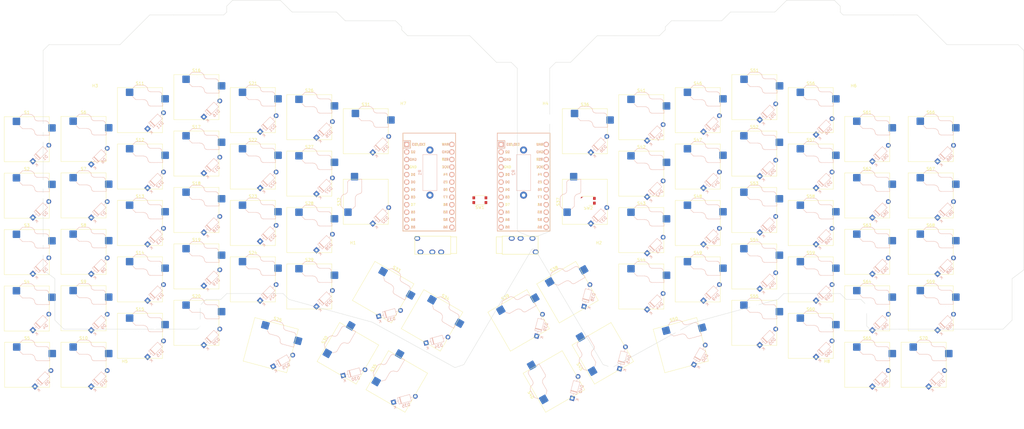
<source format=kicad_pcb>
(kicad_pcb (version 20241229) (generator "pcbnew") (generator_version "9.0")
  (layers (0 "F.Cu" signal) (2 "B.Cu" signal) (13 "F.Paste" user) (15 "B.Paste" user) (5 "F.SilkS" user "F.Silkscreen") (7 "B.SilkS" user "B.Silkscreen") (1 "F.Mask" user) (3 "B.Mask" user) (25 "Edge.Cuts" user))
  (net 0 "")
  (net 1 "ROW 0")
  (net 2 "Net-(D1-A)")
  (net 3 "ROW 1")
  (net 4 "Net-(D2-A)")
  (net 5 "ROW 2")
  (net 6 "Net-(D3-A)")
  (net 7 "ROW 3")
  (net 8 "Net-(D4-A)")
  (net 9 "ROW 4")
  (net 10 "Net-(D5-A)")
  (net 11 "Net-(D6-A)")
  (net 12 "Net-(D7-A)")
  (net 13 "Net-(D8-A)")
  (net 14 "Net-(D9-A)")
  (net 15 "Net-(D10-A)")
  (net 16 "Net-(D11-A)")
  (net 17 "Net-(D12-A)")
  (net 18 "Net-(D13-A)")
  (net 19 "Net-(D14-A)")
  (net 20 "Net-(D15-A)")
  (net 21 "Net-(D16-A)")
  (net 22 "Net-(D17-A)")
  (net 23 "Net-(D18-A)")
  (net 24 "Net-(D19-A)")
  (net 25 "Net-(D20-A)")
  (net 26 "Net-(D21-A)")
  (net 27 "Net-(D22-A)")
  (net 28 "Net-(D23-A)")
  (net 29 "Net-(D24-A)")
  (net 30 "Net-(D25-A)")
  (net 31 "Net-(D26-A)")
  (net 32 "Net-(D27-A)")
  (net 33 "Net-(D28-A)")
  (net 34 "Net-(D29-A)")
  (net 35 "Net-(D30-A)")
  (net 36 "Net-(D31-A)")
  (net 37 "Net-(D32-A)")
  (net 38 "Net-(D33-A)")
  (net 39 "Net-(D34-A)")
  (net 40 "Net-(D35-A)")
  (net 41 "ROW 5")
  (net 42 "Net-(D36-A)")
  (net 43 "ROW 6")
  (net 44 "Net-(D37-A)")
  (net 45 "ROW 7")
  (net 46 "Net-(D38-A)")
  (net 47 "ROW 8")
  (net 48 "Net-(D39-A)")
  (net 49 "ROW 9")
  (net 50 "Net-(D40-A)")
  (net 51 "Net-(D41-A)")
  (net 52 "Net-(D42-A)")
  (net 53 "Net-(D43-A)")
  (net 54 "Net-(D44-A)")
  (net 55 "Net-(D45-A)")
  (net 56 "Net-(D46-A)")
  (net 57 "Net-(D47-A)")
  (net 58 "Net-(D48-A)")
  (net 59 "Net-(D49-A)")
  (net 60 "Net-(D50-A)")
  (net 61 "Net-(D51-A)")
  (net 62 "Net-(D52-A)")
  (net 63 "Net-(D53-A)")
  (net 64 "Net-(D54-A)")
  (net 65 "Net-(D55-A)")
  (net 66 "Net-(D56-A)")
  (net 67 "Net-(D57-A)")
  (net 68 "Net-(D58-A)")
  (net 69 "Net-(D59-A)")
  (net 70 "Net-(D60-A)")
  (net 71 "Net-(D61-A)")
  (net 72 "Net-(D62-A)")
  (net 73 "Net-(D63-A)")
  (net 74 "Net-(D64-A)")
  (net 75 "Net-(D65-A)")
  (net 76 "Net-(D66-A)")
  (net 77 "Net-(D67-A)")
  (net 78 "Net-(D68-A)")
  (net 79 "Net-(D69-A)")
  (net 80 "Net-(D70-A)")
  (net 81 "VCC1")
  (net 82 "SDA1")
  (net 83 "SCL1")
  (net 84 "COL 0")
  (net 85 "COL 1")
  (net 86 "COL 2")
  (net 87 "COL 3")
  (net 88 "COL 4")
  (net 89 "COL 5")
  (net 90 "COL 6")
  (net 91 "COL 7")
  (net 92 "COL 8")
  (net 93 "COL 9")
  (net 94 "COL 10")
  (net 95 "COL 11")
  (net 96 "COL 12")
  (net 97 "COL 13")
  (net 98 "RST1")
  (net 99 "GND1")
  (net 100 "RST2")
  (net 101 "GND2")
  (net 107 "VCC2")
  (net 108 "SDA2")
  (net 109 "SCL2")
  (footprint "ScottoKeebs_Hotswap:Hotswap_Choc_V1_1.00u" (layer "F.Cu") (at 308.10227 87.916472)
    (property "Reference" "S62")
    (property "Value" "Keyswitch")
  )
  (footprint "ScottoKeebs_Hotswap:Hotswap_Choc_V1_1.00u" (layer "F.Cu") (at 212.85227 66.247772)
    (property "Reference" "S36")
    (property "Value" "Keyswitch")
  )
  (footprint "ScottoKeebs_Hotswap:Hotswap_Choc_V1_1.00u" (layer "F.Cu") (at 308.10227 106.966472)
    (property "Reference" "S63")
    (property "Value" "Keyswitch")
  )
  (footprint "ScottoKeebs_Hotswap:Hotswap_Choc_V1_1.00u" (layer "F.Cu") (at 231.90227 80.535272)
    (property "Reference" "S42")
    (property "Value" "Keyswitch")
  )
  (footprint "ScottoKeebs_Hotswap:Hotswap_Choc_V1_1.00u" (layer "F.Cu") (at 24.60357 145.056972)
    (property "Reference" "S5")
    (property "Value" "Keyswitch")
  )
  (footprint "ScottoKeebs_Hotswap:Hotswap_Choc_V1_1.00u" (layer "F.Cu") (at 289.05227 97.203972)
    (property "Reference" "S58")
    (property "Value" "Keyswitch")
  )
  (footprint "MountingHole:MountingHole_4.3mm_M4" (layer "F.Cu") (at 217.55357 109.188272)
    (property "Reference" "H2")
    (property "Value" "MountingHole")
  )
  (footprint "MountingHole:MountingHole_4.3mm_M4" (layer "F.Cu") (at 303.55357 56.188272)
    (property "Reference" "H6")
    (property "Value" "MountingHole")
  )
  (footprint "ScottoKeebs_Hotswap:Hotswap_Choc_V1_1.00u" (layer "F.Cu") (at 43.65357 126.006972)
    (property "Reference" "S9")
    (property "Value" "Keyswitch")
  )
  (footprint "ScottoKeebs_Hotswap:Hotswap_Choc_V1_1.00u" (layer "F.Cu") (at 81.75357 130.913272)
    (property "Reference" "S20")
    (property "Value" "Keyswitch")
  )
  (footprint "ScottoKeebs_Hotswap:Hotswap_Choc_V1_1.50u" (layer "F.Cu") (at 138.90357 90.050772 90)
    (property "Reference" "S32")
    (property "Value" "Keyswitch")
  )
  (footprint "ScottoKeebs_Hotswap:Hotswap_Choc_V1_1.00u" (layer "F.Cu") (at 161.26897 130.064972 -30)
    (property "Reference" "S34")
    (property "Value" "Keyswitch")
  )
  (footprint "ScottoKeebs_Hotswap:Hotswap_Choc_V1_1.00u" (layer "F.Cu") (at 62.70357 116.244472)
    (property "Reference" "S14")
    (property "Value" "Keyswitch")
  )
  (footprint "ScottoKeebs_Hotswap:Hotswap_Choc_V1_1.00u" (layer "F.Cu") (at 24.51547 107.014818)
    (property "Reference" "S3")
    (property "Value" "Keyswitch")
  )
  (footprint "ScottoKeebs_MCU:Arduino_Pro_Micro" (layer "F.Cu") (at 160.33447 84.662972)
    (property "Reference" "U1" (hide yes))
    (property "Value" "Arduino_Pro_Micro" (hide yes))
  )
  (footprint "ScottoKeebs_Hotswap:Hotswap_Choc_V1_1.00u" (layer "F.Cu") (at 270.00227 130.922772)
    (property "Reference" "S55")
    (property "Value" "Keyswitch")
  )
  (footprint "ScottoKeebs_Hotswap:Hotswap_Choc_V1_1.00u" (layer "F.Cu") (at 270.00227 111.872772)
    (property "Reference" "S54")
    (property "Value" "Keyswitch")
  )
  (footprint "ScottoKeebs_Hotswap:Hotswap_Choc_V1_1.00u" (layer "F.Cu") (at 231.90227 118.635272)
    (property "Reference" "S44")
    (property "Value" "Keyswitch")
  )
  (footprint "ScottoKeebs_Hotswap:Hotswap_Choc_V1_1.00u" (layer "F.Cu") (at 24.51547 68.914818)
    (property "Reference" "S1")
    (property "Value" "Keyswitch")
  )
  (footprint "ScottoKeebs_Hotswap:Hotswap_Choc_V1_1.00u" (layer "F.Cu") (at 144.77117 120.539972 -30)
    (property "Reference" "S33")
    (property "Value" "Keyswitch")
  )
  (footprint "MountingHole:MountingHole_4.3mm_M4" (layer "F.Cu") (at 294.55357 149.188272)
    (property "Reference" "H8")
    (property "Value" "MountingHole")
  )
  (footprint "ScottoKeebs_Hotswap:Hotswap_Choc_V1_1.00u" (layer "F.Cu") (at 327.15227 145.066472)
    (property "Reference" "S70")
    (property "Value" "Keyswitch")
  )
  (footprint "ScottoKeebs_Components:TRRS_PJ-320A" (layer "F.Cu") (at 167.55447 104.692972 -90)
    (property "Reference" "U2")
    (property "Value" "TRRS")
  )
  (footprint "Button_Switch_SMD:SW_Push_1P1T_NO_CK_KMR2" (layer "F.Cu") (at 177.4009 89.5047 180)
    (property "Reference" "SW1")
    (property "Value" "SW_Push")
  )
  (footprint "ScottoKeebs_Hotswap:Hotswap_Choc_V1_1.25u" (layer "F.Cu") (at 245.20147 138.417072 15)
    (property "Reference" "S50")
    (property "Value" "Keyswitch")
  )
  (footprint "ScottoKeebs_Hotswap:Hotswap_Choc_V1_1.00u" (layer "F.Cu") (at 329.53347 68.866472)
    (property "Reference" "S66")
    (property "Value" "Keyswitch")
  )
  (footprint "ScottoKeebs_Hotswap:Hotswap_Choc_V1_1.00u" (layer "F.Cu") (at 308.10227 68.866472)
    (property "Reference" "S61")
    (property "Value" "Keyswitch")
  )
  (footprint "ScottoKeebs_Hotswap:Hotswap_Choc_V1_1.00u" (layer "F.Cu") (at 138.90357 66.238272)
    (property "Reference" "S31")
    (property "Value" "Keyswitch")
  )
  (footprint "ScottoKeebs_Hotswap:Hotswap_Choc_V1_1.00u" (layer "F.Cu") (at 81.75357 73.763272)
    (property "Reference" "S17")
    (property "Value" "Keyswitch")
  )
  (footprint "ScottoKeebs_Hotswap:Hotswap_Choc_V1_1.00u" (layer "F.Cu") (at 43.65357 145.056972)
    (property "Reference" "S10")
    (property "Value" "Keyswitch")
  )
  (footprint "ScottoKeebs_Hotswap:Hotswap_Choc_V1_1.00u" (layer "F.Cu") (at 62.70357 78.144472)
    (property "Reference" "S12")
    (property "Value" "Keyswitch")
  )
  (footprint "ScottoKeebs_Hotswap:Hotswap_Choc_V1_1.00u" (layer "F.Cu") (at 250.95227 59.103972)
    (property "Reference" "S46")
    (property "Value" "Keyswitch")
  )
  (footprint "ScottoKeebs_Hotswap:Hotswap_Choc_V1_1.00u" (layer "F.Cu") (at 24.51547 126.064818)
    (property "Reference" "S4")
    (property "Value" "Keyswitch")
  )
  (footprint "ScottoKeebs_Hotswap:Hotswap_Choc_V1_1.00u" (layer "F.Cu") (at 100.80357 59.094472)
    (property "Reference" "S21")
    (property "Value" "Keyswitch")
  )
  (footprint "ScottoKeebs_Hotswap:Hotswap_Choc_V1_1.00u" (layer "F.Cu") (at 100.80357 116.244472)
    (property "Reference" "S24")
    (property "Value" "Keyswitch")
  )
  (footprint "MountingHole:MountingHole_4.3mm_M4" (layer "F.Cu") (at 151.55357 62.188272)
    (property "Reference" "H7")
    (property "Value" "MountingHole")
  )
  (footprint "ScottoKeebs_Hotswap:Hotswap_Choc_V1_1.50u" (layer "F.Cu") (at 202.39307 150.696672 120)
    (property "Reference" "S40")
    (property "Value" "Keyswitch")
  )
  (footprint "MountingHole:MountingHole_4.3mm_M4" (layer "F.Cu") (at 57.55357 149.188272)
    (property "Reference" "H5")
    (property "Value" "MountingHole")
  )
  (footprint "ScottoKeebs_MCU:Arduino_Pro_Micro" (layer "F.Cu") (at 192.17357 84.662972)
    (property "Reference" "U4" (hide yes))
    (property "Value" "Arduino_Pro_Micro" (hide yes))
  )
  (footprint "ScottoKeebs_Hotswap:Hotswap_Choc_V1_1.00u" (layer "F.Cu") (at 270.05357 54.713272)
    (property "Reference" "S51")
    (property "Value" "Keyswitch")
  )
  (footprint "ScottoKeebs_Hotswap:Hotswap_Choc_V1_1.00u" (layer "F.Cu") (at 119.85357 80.525772)
    (property "Reference" "S27")
    (property "Value" "Keyswitch")
  )
  (footprint "ScottoKeebs_Hotswap:Hotswap_Choc_V1_1.00u" (layer "F.Cu") (at 329.53347 126.016472)
    (property "Reference" "S69")
    (property "Value" "Keyswitch")
  )
  (footprint "ScottoKeebs_Hotswap:Hotswap_Choc_V1_1.00u" (layer "F.Cu") (at 329.53347 87.916472)
    (property "Reference" "S67")
    (property "Value" "Keyswitch")
  )
  (footprint "ScottoKeebs_Hotswap:Hotswap_Choc_V1_1.00u" (layer "F.Cu") (at 43.65357 87.906972)
    (property "Reference" "S7")
    (property "Value" "Keyswitch")
  )
  (footprint "ScottoKeebs_Hotswap:Hotswap_Choc_V1_1.00u" (layer "F.Cu") (at 270.00227 92.822772)
    (property "Reference" "S53")
    (property "Value" "Keyswitch")
  )
  (footprint "ScottoKeebs_Hotswap:Hotswap_Choc_V1_1.00u" (layer "F.Cu") (at 289.05227 116.253972)
    (property "Reference" "S59")
    (property "Value" "Keyswitch")
  )
  (footprint "ScottoKeebs_Hotswap:Hotswap_Choc_V1_1.00u" (layer "F.Cu") (at 308.10227 126.016472)
    (property "Reference" "S64")
    (property "Value" "Keyswitch")
  )
  (footprint "ScottoKeebs_Hotswap:Hotswap_Choc_V1_1.00u" (layer "F.Cu") (at 289.05227 135.303972)
    (property "Reference" "S60")
    (property "Value" "Keyswitch")
  )
  (footprint "ScottoKeebs_Hotswap:Hotswap_Choc_V1_1.00u" (layer "F.Cu") (at 43.65357 106.956972)
    (property "Reference" "S8")
    (property "Value" "Keyswitch")
  )
  (footprint "ScottoKeebs_Hotswap:Hotswap_Choc_V1_1.00u" (layer "F.Cu") (at 81.75357 92.813272)
    (property "Reference" "S18")
    (property "Value" "Keyswitch")
  )
  (footprint "ScottoKeebs_Hotswap:Hotswap_Choc_V1_1.00u" (layer "F.Cu") (at 62.70357 97.194472)
    (property "Reference" "S13")
    (property "Value" "Keyswitch")
  )
  (footprint "ScottoKeebs_Hotswap:Hotswap_Choc_V1_1.00u" (layer "F.Cu") (at 270.00227 73.772772)
    (property "Reference" "S52")
    (property "Value" "Keyswitch")
  )
  (footprint "ScottoKeebs_Hotswap:Hotswap_Choc_V1_1.00u" (layer "F.Cu") (at 250.95227 116.253972)
    (property "Reference" "S49")
    (property "Value" "Keyswitch")
  )
  (footprint "ScottoKeebs_Hotswap:Hotswap_Choc_V1_1.00u" (layer "F.Cu") (at 119.85357 99.575772)
    (property "Reference" "S28")
    (property "Value" "Keyswitch")
  )
  (footprint "ScottoKeebs_Hotswap:Hotswap_Choc_V1_1.00u" (layer "F.Cu") (at 119.85357 61.475772)
    (property "Reference" "S26")
    (property "Value" "Keyswitch")
  )
  (footprint "ScottoKeebs_Hotswap:Hotswap_Choc_V1_1.00u" (layer "F.Cu") (at 329.53347 106.966472)
    (property "Reference" "S68")
    (property "Value" "Keyswitch")
  )
  (footprint "ScottoKeebs_Hotswap:Hotswap_Choc_V1_1.00u" (layer "F.Cu") (at 231.90227 99.585272)
    (property "Reference" "S43")
    (property "Value" "Keyswitch")
  )
  (footprint "ScottoKeebs_Hotswap:Hotswap_Choc_V1_1.50u" (layer "F.Cu") (at 132.86497 141.162172 60)
    (property "Reference" "S30")
    (property "Value" "Keyswitch")
  )
  (footprint "ScottoKeebs_Hotswap:Hotswap_Choc_V1_1.00u" (layer "F.Cu") (at 43.65357 68.856972)
    (property "Reference" "S6")
    (property "Value" "Keyswitch")
  )
  (footprint "ScottoKeebs_Hotswap:Hotswap_Choc_V1_1.00u" (layer "F.Cu") (at 62.70357 59.094472)
    (property "Reference" "S11")
    (property "Value" "Keyswitch")
  )
  (footprint "Button_Switch_SMD:SW_Push_1P1T_NO_CK_KMR2" (layer "F.Cu") (at 214 89.7047 180)
    (property "Reference" "SW2")
    (property "Value" "SW_Push")
  )
  (footprint "ScottoKeebs_Hotswap:Hotswap_Choc_V1_1.00u" (layer "F.Cu") (at 24.51547 87.964818)
    (property "Reference" "S2")
    (property "Value" "Keyswitch")
  )
  (footprint "ScottoKeebs_Hotswap:Hotswap_Choc_V1_1.50u" (layer "F.Cu") (at 218.89087 141.171672 120)
    (property "Reference" "S45")
    (property "Value" "Keyswitch")
  )
  (footprint "ScottoKeebs_Hotswap:Hotswap_Choc_V1_1.25u" (layer "F.Cu") (at 106.83507 138.423072 -15)
    (property "Reference" "S25")
    (property "Value" "Keyswitch")
  )
  (footprint "ScottoKeebs_Hotswap:Hotswap_Choc_V1_1.00u" (layer "F.Cu") (at 289.05227 78.153972)
    (property "Reference" "S57")
    (property "Value" "Keyswitch")
  )
  (footprint "ScottoKeebs_Hotswap:Hotswap_Choc_V1_1.00u" (layer "F.Cu") (at 81.75357 54.713272)
    (property "Reference" "S16")
    (property "Value" "Keyswitch")
  )
  (footprint "ScottoKeebs_Hotswap:Hotswap_Choc_V1_1.00u" (layer "F.Cu") (at 289.05227 59.103972)
    (property "Reference" "S56")
    (property "Value" "Keyswitch")
  )
  (footprint "ScottoKeebs_Hotswap:Hotswap_Choc_V1_1.00u" (layer "F.Cu") (at 81.75357 111.863272)
    (property "Reference" "S19")
    (property "Value" "Keyswitch")
  )
  (footprint "MountingHole:MountingHole_4.3mm_M4" (layer "F.Cu") (at 199.55357 62.188272)
    (property "Reference" "H4")
    (property "Value" "MountingHole")
  )
  (footprint "ScottoKeebs_Hotswap:Hotswap_Choc_V1_1.50u" (layer "F.Cu") (at 149.36277 150.687172 60)
    (property "Reference" "S35")
    (property "Value" "Keyswitch")
  )
  (footprint "ScottoKeebs_Hotswap:Hotswap_Choc_V1_1.00u" (layer "F.Cu") (at 231.90227 61.485272)
    (property "Reference" "S41")
    (property "Value" "Keyswitch")
  )
  (footprint "ScottoKeebs_Hotswap:Hotswap_Choc_V1_1.00u" (layer "F.Cu") (at 100.80357 97.194472)
    (property "Reference" "S23")
    (property "Value" "Keyswitch")
  )
  (footprint "ScottoKeebs_Hotswap:Hotswap_Choc_V1_1.50u" (layer "F.Cu") (at 212.85227 90.060272 90)
    (property "Reference" "S37")
    (property "Value" "Keyswitch")
  )
  (footprint "ScottoKeebs_Components:TRRS_PJ-320A" (layer "F.Cu") (at 184.95357 104.692972 90)
    (property "Reference" "U3")
    (property "Value" "TRRS")
  )
  (footprint "ScottoKeebs_Hotswap:Hotswap_Choc_V1_1.00u" (layer "F.Cu") (at 206.98457 120.549472 30)
    (property "Reference" "S38")
    (property "Value" "Keyswitch")
  )
  (footprint "ScottoKeebs_Hotswap:Hotswap_Choc_V1_1.00u" (layer "F.Cu") (at 100.80357 78.144472)
    (property "Reference" "S22")
    (property "Value" "Keyswitch")
  )
  (footprint "ScottoKeebs_Hotswap:Hotswap_Choc_V1_1.00u" (layer "F.Cu") (at 308.10227 145.066472)
    (property "Reference" "S65")
    (property "Value" "Keyswitch")
  )
  (footprint "MountingHole:MountingHole_4.3mm_M4" (layer "F.Cu") (at 134.55357 109.188272)
    (property "Reference" "H1")
    (property "Value" "MountingHole")
  )
  (footprint "ScottoKeebs_Hotswap:Hotswap_Choc_V1_1.00u" (layer "F.Cu") (at 190.48677 130.074472 30)
    (property "Reference" "S39")
    (property "Value" "Keyswitch")
  )
  (footprint "ScottoKeebs_Hotswap:Hotswap_Choc_V1_1.00u" (layer "F.Cu") (at 62.70357 135.294472)
    (property "Reference" "S15")
    (property "Value" "Keyswitch")
  )
  (footprint "MountingHole:MountingHole_4.3mm_M4" (layer "F.Cu") (at 47.55357 56.188272)
    (property "Reference" "H3")
    (property "Value" "MountingHole")
  )
  (footprint "ScottoKeebs_Hotswap:Hotswap_Choc_V1_1.00u" (layer "F.Cu") (at 250.95227 97.203972)
    (property "Reference" "S48")
    (property "Value" "Keyswitch")
  )
  (footprint "ScottoKeebs_Hotswap:Hotswap_Choc_V1_1.00u" (layer "F.Cu") (at 250.95227 78.153972)
    (property "Reference" "S47")
    (property "Value" "Keyswitch")
  )
  (footprint "ScottoKeebs_Hotswap:Hotswap_Choc_V1_1.00u" (layer "F.Cu") (at 119.85357 118.625772)
    (property "Reference" "S29")
    (property "Value" "Keyswitch")
  )
  (footprint "ScottoKeebs_Components:Diode_DO-35" (layer "B.Cu") (at 46.26047 152.387072 45)
    (property "Reference" "D10")
    (property "Value" "Diode")
  )
  (footprint "ScottoKeebs_Components:Diode_DO-35" (layer "B.Cu") (at 249.64857 144.992472 60)
    (property "Reference" "D50")
    (property "Value" "Diode")
  )
  (footprint "ScottoKeebs_Components:Diode_DO-35" (layer "B.Cu") (at 196.56747 135.373172 75)
    (property "Reference" "D39")
    (property "Value" "Diode")
  )
  (footprint "ScottoKeebs_Components:Diode_DO-35" (layer "B.Cu") (at 309.85947 76.387072 45)
    (property "Reference" "D61")
    (property "Value" "Diode")
  )
  (footprint "ScottoKeebs_Components:Diode_DO-35" (layer "B.Cu") (at 46.26047 133.387072 45)
    (property "Reference" "D9")
    (property "Value" "Diode")
  )
  (footprint "ScottoKeebs_Components:Diode_DO-35" (layer "B.Cu") (at 103.26047 85.387072 45)
    (property "Reference" "D22")
    (property "Value" "Diode")
  )
  (footprint "ScottoKeebs_Components:Diode_DO-35" (layer "B.Cu") (at 122.26047 68.387072 45)
    (property "Reference" "D26")
    (property "Value" "Diode")
  )
  (footprint "ScottoKeebs_Components:Diode_DO-35" (layer "B.Cu") (at 26.55357 76.349618 45)
    (property "Reference" "D1")
    (property "Value" "Diode")
  )
  (footprint "ScottoKeebs_Components:Diode_DO-35" (layer "B.Cu") (at 331.85947 114.387072 45)
    (property "Reference" "D68")
    (property "Value" "Diode")
  )
  (footprint "ScottoKeebs_Components:Diode_DO-35" (layer "B.Cu") (at 65.26047 65.387072 45)
    (property "Reference" "D11")
    (property "Value" "Diode")
  )
  (footprint "ScottoKeebs_Components:Diode_DO-35" (layer "B.Cu") (at 271.85947 62.387072 45)
    (property "Reference" "D51")
    (property "Value" "Diode")
  )
  (footprint "ScottoKeebs_Components:Diode_DO-35" (layer "B.Cu") (at 214.85947 97.387072 45)
    (property "Reference" "D37")
    (property "Value" "Diode")
  )
  (footprint "ScottoKeebs_Components:Diode_DO-35" (layer "B.Cu") (at 26.55357 95.349618 45)
    (property "Reference" "D2")
    (property "Value" "Diode")
  )
  (footprint "ScottoKeebs_Components:Diode_DO-35" (layer "B.Cu") (at 271.85947 100.387072 45)
    (property "Reference" "D53")
    (property "Value" "Diode")
  )
  (footprint "ScottoKeebs_Components:Diode_DO-35" (layer "B.Cu") (at 208.56747 156.373172 75)
    (property "Reference" "D40")
    (property "Value" "Diode")
  )
  (footprint "ScottoKeebs_Components:Diode_DO-35" (layer "B.Cu") (at 252.85947 123.387072 45)
    (property "Reference" "D49")
    (property "Value" "Diode")
  )
  (footprint "Resistor_THT:R_Axial_DIN0414_L11.9mm_D4.5mm_P15.24mm_Horizontal" (layer "B.Cu") (at 160.55357 72.568272 -90)
    (property "Reference" "R1")
    (property "Value" "4.7 k")
  )
  (footprint "ScottoKeebs_Components:Diode_DO-35" (layer "B.Cu") (at 141.26047 73.387072 45)
    (property "Reference" "D31")
    (property "Value" "Diode")
  )
  (footprint "ScottoKeebs_Components:Diode_DO-35" (layer "B.Cu") (at 233.85947 126.387072 45)
    (property "Reference" "D44")
    (property "Value" "Diode")
  )
  (footprint "ScottoKeebs_Components:Diode_DO-35" (layer "B.Cu") (at 46.26047 95.387072 45)
    (property "Reference" "D7")
    (property "Value" "Diode")
  )
  (footprint "ScottoKeebs_Components:Diode_DO-35" (layer "B.Cu") (at 290.85947 85.387072 45)
    (property "Reference" "D57")
    (property "Value" "Diode")
  )
  (footprint "ScottoKeebs_Components:Diode_DO-35" (layer "B.Cu") (at 290.85947 142.387072 45)
    (property "Reference" "D60")
    (property "Value" "Diode")
  )
  (footprint "ScottoKeebs_Components:Diode_DO-35" (layer "B.Cu") (at 84.26047 61.387072 45)
    (property "Reference" "D16")
    (property "Value" "Diode")
  )
  (footprint "ScottoKeebs_Components:Diode_DO-35" (layer "B.Cu") (at 65.26047 104.387072 45)
    (property "Reference" "D13")
    (property "Value" "Diode")
  )
  (footprint "ScottoKeebs_Components:Diode_DO-35" (layer "B.Cu") (at 103.26047 66.387072 45)
    (property "Reference" "D21")
    (property "Value" "Diode")
  )
  (footprint "ScottoKeebs_Components:Diode_DO-35" (layer "B.Cu") (at 290.85947 104.387072 45)
    (property "Reference" "D58")
    (property "Value" "Diode")
  )
  (footprint "ScottoKeebs_Components:Diode_DO-35" (layer "B.Cu") (at 290.85947 67.387072 45)
    (property "Reference" "D56")
    (property "Value" "Diode")
  )
  (footprint "ScottoKeebs_Components:Diode_DO-35" (layer "B.Cu") (at 309.85947 95.387072 45)
    (property "Reference" "D62")
    (property "Value" "Diode")
  )
  (footprint "ScottoKeebs_Components:Diode_DO-35" (layer "B.Cu") (at 84.26047 118.387072 45)
    (property "Reference" "D19")
    (property "Value" "Diode")
  )
  (footprint "ScottoKeebs_Components:Diode_DO-35" (layer "B.Cu") (at 27.26047 152.387072 45)
    (property "Reference" "D5")
    (property "Value" "Diode")
  )
  (footprint "ScottoKeebs_Components:Diode_DO-35" (layer "B.Cu") (at 122.26047 106.387072 45)
    (property "Reference" "D28")
    (property "Value" "Diode")
  )
  (footprint "ScottoKeebs_Components:Diode_DO-35" (layer "B.Cu") (at 84.26047 138.387072 45)
    (property "Reference" "D20")
    (property "Value" "Diode")
  )
  (footprint "ScottoKeebs_Components:Diode_DO-35" (layer "B.Cu") (at 252.85947 66.387072 45)
    (property "Reference" "D46")
    (property "Value" "Diode")
  )
  (footprint "ScottoKeebs_Components:Diode_DO-35" (layer "B.Cu") (at 103.26047 103.387072 45)
    (property "Reference" "D23")
    (property "Value" "Diode")
  )
  (footprint "ScottoKeebs_Components:Diode_DO-35" (layer "B.Cu") (at 26.55357 114.349618 45)
    (property "Reference" "D3")
    (property "Value" "Diode")
  )
  (footprint "ScottoKeebs_Components:Diode_DO-35" (layer "B.Cu") (at 331.85947 95.387072 45)
    (property "Reference" "D67")
    (property "Value" "Diode")
  )
  (footprint "ScottoKeebs_Components:Diode_DO-35" (layer "B.Cu") (at 65.26047 123.387072 45)
    (property "Reference" "D14")
    (property "Value" "Diode")
  )
  (footprint "ScottoKeebs_Components:Diode_DO-35" (layer "B.Cu") (at 252.85947 104.387072 45)
    (property "Reference" "D48")
    (property "Value" "Diode")
  )
  (footprint "ScottoKeebs_Components:Diode_DO-35" (layer "B.Cu") (at 290.85947 123.387072 45)
    (property "Reference" "D59")
    (property "Value" "Diode")
  )
  (footprint "ScottoKeebs_Components:Diode_DO-35" (layer "B.Cu") (at 309.85947 152.387072 45)
    (property "Reference" "D65")
    (property "Value" "Diode")
  )
  (footprint "ScottoKeebs_Components:Diode_DO-35" (layer "B.Cu") (at 309.85947 114.387072 45)
    (property "Reference" "D63")
    (property "Value" "Diode")
  )
  (footprint "ScottoKeebs_Components:Diode_DO-35" (layer "B.Cu") (at 233.85947 107.387072 45)
    (property "Reference" "D43")
    (property "Value" "Diode")
  )
  (footprint "Resistor_THT:R_Axial_DIN0414_L11.9mm_D4.5mm_P15.24mm_Horizontal" (layer "B.Cu") (at 192.15267 72.568272 -90)
    (property "Reference" "R2")
    (property "Value" "4.7 k")
  )
  (footprint "ScottoKeebs_Components:Diode_DO-35" (layer "B.Cu") (at 143.27437 128.679072 15)
    (property "Reference" "D33")
    (property "Value" "Diode")
  )
  (footprint "ScottoKeebs_Components:Diode_DO-35" (layer "B.Cu") (at 107.65497 145.597972 30)
    (property "Reference" "D25")
    (property "Value" "Diode")
  )
  (footprint "ScottoKeebs_Components:Diode_DO-35" (layer "B.Cu") (at 214.85947 73.387072 45)
    (property "Reference" "D36")
    (property "Value" "Diode")
  )
  (footprint "ScottoKeebs_Components:Diode_DO-35" (layer "B.Cu") (at 103.26047 123.387072 45)
    (property "Reference" "D24")
    (property "Value" "Diode")
  )
  (footprint "ScottoKeebs_Components:Diode_DO-35" (layer "B.Cu") (at 65.26047 85.387072 45)
    (property "Reference" "D12")
    (property "Value" "Diode")
  )
  (footprint "ScottoKeebs_Components:Diode_DO-35" (layer "B.Cu") (at 141.26047 97.387072 45)
    (property "Reference" "D32")
    (property "Value" "Diode")
  )
  (footprint "ScottoKeebs_Components:Diode_DO-35" (layer "B.Cu") (at 84.26047 100.387072 45)
    (property "Reference" "D18")
    (property "Value" "Diode")
  )
  (footprint "ScottoKeebs_Components:Diode_DO-35" (layer "B.Cu") (at 212.56747 125.373172 75)
    (property "Reference" "D38")
    (property "Value" "Diode")
  )
  (footprint "ScottoKeebs_Components:Diode_DO-35" (layer "B.Cu") (at 46.26047 77.387072 45)
    (property "Reference" "D6")
    (property "Value" "Diode")
  )
  (footprint "ScottoKeebs_Components:Diode_DO-35" (layer "B.Cu") (at 309.85947 133.387072 45)
    (property "Reference" "D64")
    (property "Value" "Diode")
  )
  (footprint "ScottoKeebs_Components:Diode_DO-35" (layer "B.Cu") (at 271.85947 81.387072 45)
    (property "Reference" "D52")
    (property "Value" "Diode")
  )
  (footprint "ScottoKeebs_Components:Diode_DO-35" (layer "B.Cu") (at 271.85947 119.387072 45)
    (property "Reference" "D54")
    (property "Value" "Diode")
  )
  (footprint "ScottoKeebs_Components:Diode_DO-35" (layer "B.Cu") (at 65.26047 142.387072 45)
    (property "Reference" "D15")
    (property "Value" "Diode")
  )
  (footprint "ScottoKeebs_Components:Diode_DO-35" (layer "B.Cu") (at 159.27437 137.679072 15)
    (property "Reference" "D34")
    (property "Value" "Diode")
  )
  (footprint "ScottoKeebs_Components:Diode_DO-35" (layer "B.Cu") (at 131.27437 148.679072 15)
    (property "Reference" "D30")
    (property "Value" "Diode")
  )
  (footprint "ScottoKeebs_Components:Diode_DO-35" (layer "B.Cu") (at 122.26047 87.387072 45)
    (property "Reference" "D27")
    (property "Value" "Diode")
  )
  (footprint "ScottoKeebs_Components:Diode_DO-35" (layer "B.Cu") (at 224.56747 146.373172 75)
    (property "Reference" "D45")
    (property "Value" "Diode")
  )
  (footprint "ScottoKeebs_Components:Diode_DO-35" (layer "B.Cu") (at 148.27437 157.679072 15)
    (property "Reference" "D35")
    (property "Value" "Diode")
  )
  (footprint "ScottoKeebs_Components:Diode_DO-35" (layer "B.Cu") (at 328.85947 152.387072 45)
    (property "Reference" "D70")
    (property "Value" "Diode")
  )
  (footprint "ScottoKeebs_Components:Diode_DO-35" (layer "B.Cu") (at 233.85947 69.387072 45)
    (property "Reference" "D41")
    (property "Value" "Diode")
  )
  (footprint "ScottoKeebs_Components:Diode_DO-35" (layer "B.Cu") (at 233.85947 88.387072 45)
    (property "Reference" "D42")
    (property "Value" "Diode")
  )
  (footprint "ScottoKeebs_Components:Diode_DO-35" (layer "B.Cu") (at 271.85947 138.387072 45)
    (property "Reference" "D55")
    (property "Value" "Diode")
  )
  (footprint "ScottoKeebs_Components:Diode_DO-35" (layer "B.Cu") (at 331.85947 76.387072 45)
    (property "Reference" "D66")
    (property "Value" "Diode")
  )
  (footprint "ScottoKeebs_Components:Diode_DO-35" (layer "B.Cu") (at 122.26047 125.387072 45)
    (property "Reference" "D29")
    (property "Value" "Diode")
  )
  (footprint "ScottoKeebs_Components:Diode_DO-35" (layer "B.Cu") (at 26.55357 133.349618 45)
    (property "Reference" "D4")
    (property "Value" "Diode")
  )
  (footprint "ScottoKeebs_Components:Diode_DO-35" (layer "B.Cu") (at 46.26047 114.387072 45)
    (property "Reference" "D8")
    (property "Value" "Diode")
  )
  (footprint "ScottoKeebs_Components:Diode_DO-35" (layer "B.Cu") (at 252.85947 85.387072 45)
    (property "Reference" "D47")
    (property "Value" "Diode")
  )
  (footprint "ScottoKeebs_Components:Diode_DO-35" (layer "B.Cu") (at 84.26047 80.387072 45)
    (property "Reference" "D17")
    (property "Value" "Diode")
  )
  (footprint "ScottoKeebs_Components:Diode_DO-35" (layer "B.Cu") (at 331.85947 133.387072 45)
    (property "Reference" "D69")
    (property "Value" "Diode")
  )
  (gr_line (start 114 26) (end 129 26) (stroke (width 0.1)) (layer "Edge.Cuts"))
  (gr_line (start 92 24) (end 94 22) (stroke (width 0.1)) (layer "Edge.Cuts"))
  (gr_line (start 94 22) (end 110 22) (stroke (width 0.1)) (layer "Edge.Cuts"))
  (gr_line (start 172 145) (end 169 146) (stroke (width 0.1)) (layer "Edge.Cuts"))
  (gr_line (start 357 116) (end 361 113) (stroke (width 0.1)) (layer "Edge.Cuts"))
  (gr_line (start 56 37) (end 32 37) (stroke (width 0.1)) (layer "Edge.Cuts"))
  (gr_line (start 85 123) (end 90 123) (stroke (width 0.1)) (layer "Edge.Cuts"))
  (gr_line (start 242 29) (end 240 31) (stroke (width 0.1)) (layer "Edge.Cuts"))
  (gr_line (start 201 45) (end 201 100) (stroke (width 0.1)) (layer "Edge.Cuts"))
  (gr_line (start 208 43) (end 203 43) (stroke (width 0.1)) (layer "Edge.Cuts"))
  (gr_line (start 203 43) (end 201 45) (stroke (width 0.1)) (layer "Edge.Cuts"))
  (gr_line (start 308 132) (end 308 125) (stroke (width 0.1)) (layer "Edge.Cuts"))
  (gr_line (start 66 27) (end 56 37) (stroke (width 0.1)) (layer "Edge.Cuts"))
  (gr_line (start 262 26) (end 259 29) (stroke (width 0.1)) (layer "Edge.Cuts"))
  (gr_line (start 168 34) (end 174 34) (stroke (width 0.1)) (layer "Edge.Cuts"))
  (gr_line (start 219 145) (end 222 146) (stroke (width 0.1)) (layer "Edge.Cuts"))
  (gr_line (start 82 133) (end 83 132) (stroke (width 0.1)) (layer "Edge.Cuts"))
  (gr_line (start 34 130) (end 34 116) (stroke (width 0.1)) (layer "Edge.Cuts"))
  (gr_line (start 91 27) (end 74 27) (stroke (width 0.1)) (layer "Edge.Cuts"))
  (gr_line (start 66 27) (end 74 27) (stroke (width 0.1)) (layer "Edge.Cuts"))
  (gr_line (start 72 133) (end 82 133) (stroke (width 0.1)) (layer "Edge.Cuts"))
  (gr_line (start 299 25) (end 299 24) (stroke (width 0.1)) (layer "Edge.Cuts"))
  (gr_line (start 195 106) (end 172 145) (stroke (width 0.1)) (layer "Edge.Cuts"))
  (gr_line (start 301 123) (end 299 121) (stroke (width 0.1)) (layer "Edge.Cuts"))
  (gr_line (start 354 133) (end 357 130) (stroke (width 0.1)) (layer "Edge.Cuts"))
  (gr_line (start 110 22) (end 113 25) (stroke (width 0.1)) (layer "Edge.Cuts"))
  (gr_line (start 280 121) (end 278 123) (stroke (width 0.1)) (layer "Edge.Cuts"))
  (gr_line (start 195 102) (end 196 102) (stroke (width 0.1)) (layer "Edge.Cuts"))
  (gr_line (start 149 29) (end 151 31) (stroke (width 0.1)) (layer "Edge.Cuts"))
  (gr_line (start 141.111454 130.682102) (end 169 146) (stroke (width 0.1)) (layer "Edge.Cuts"))
  (gr_line (start 72 133) (end 37 133) (stroke (width 0.1)) (layer "Edge.Cuts"))
  (gr_line (start 319 133) (end 309 133) (stroke (width 0.1)) (layer "Edge.Cuts"))
  (gr_line (start 299 26) (end 300 27) (stroke (width 0.1)) (layer "Edge.Cuts"))
  (gr_line (start 129 26) (end 132 29) (stroke (width 0.1)) (layer "Edge.Cuts"))
  (gr_line (start 278 25) (end 277 26) (stroke (width 0.1)) (layer "Edge.Cuts"))
  (gr_line (start 30 39) (end 32 37) (stroke (width 0.1)) (layer "Edge.Cuts"))
  (gr_line (start 361 39) (end 359 37) (stroke (width 0.1)) (layer "Edge.Cuts"))
  (gr_line (start 240 31) (end 240 32) (stroke (width 0.1)) (layer "Edge.Cuts"))
  (gr_line (start 238 34) (end 223 34) (stroke (width 0.1)) (layer "Edge.Cuts"))
  (gr_line (start 190 45) (end 190 100) (stroke (width 0.1)) (layer "Edge.Cuts"))
  (gr_line (start 325 27) (end 335 37) (stroke (width 0.1)) (layer "Edge.Cuts"))
  (gr_line (start 92 121) (end 111 121) (stroke (width 0.1)) (layer "Edge.Cuts"))
  (gr_line (start 83 132) (end 83 125) (stroke (width 0.1)) (layer "Edge.Cuts"))
  (gr_line (start 113 25) (end 114 26) (stroke (width 0.1)) (layer "Edge.Cuts"))
  (gr_line (start 277 26) (end 262 26) (stroke (width 0.1)) (layer "Edge.Cuts"))
  (gr_line (start 249.888546 130.682102) (end 222 146) (stroke (width 0.1)) (layer "Edge.Cuts"))
  (gr_line (start 132 29) (end 148 29) (stroke (width 0.1)) (layer "Edge.Cuts"))
  (gr_line (start 299 25) (end 299 26) (stroke (width 0.1)) (layer "Edge.Cuts"))
  (gr_line (start 151 31) (end 151 32) (stroke (width 0.1)) (layer "Edge.Cuts"))
  (gr_line (start 325 27) (end 317 27) (stroke (width 0.1)) (layer "Edge.Cuts"))
  (gr_line (start 240 32) (end 238 34) (stroke (width 0.1)) (layer "Edge.Cuts"))
  (gr_line (start 188 43) (end 190 45) (stroke (width 0.1)) (layer "Edge.Cuts"))
  (gr_line (start 195 102) (end 190 100) (stroke (width 0.1)) (layer "Edge.Cuts"))
  (gr_line (start 300 27) (end 317 27) (stroke (width 0.1)) (layer "Edge.Cuts"))
  (gr_line (start 309 133) (end 308 132) (stroke (width 0.1)) (layer "Edge.Cuts"))
  (gr_line (start 148 29) (end 149 29) (stroke (width 0.1)) (layer "Edge.Cuts"))
  (gr_line (start 37 133) (end 34 130) (stroke (width 0.1)) (layer "Edge.Cuts"))
  (gr_line (start 223 34) (end 217 34) (stroke (width 0.1)) (layer "Edge.Cuts"))
  (gr_line (start 151 32) (end 153 34) (stroke (width 0.1)) (layer "Edge.Cuts"))
  (gr_line (start 153 34) (end 168 34) (stroke (width 0.1)) (layer "Edge.Cuts"))
  (gr_line (start 92 25) (end 92 26) (stroke (width 0.1)) (layer "Edge.Cuts"))
  (gr_line (start 243 29) (end 242 29) (stroke (width 0.1)) (layer "Edge.Cuts"))
  (gr_line (start 196 102) (end 201 100) (stroke (width 0.1)) (layer "Edge.Cuts"))
  (gr_line (start 196 106) (end 219 145) (stroke (width 0.1)) (layer "Edge.Cuts"))
  (gr_line (start 306 123) (end 301 123) (stroke (width 0.1)) (layer "Edge.Cuts"))
  (gr_line (start 34 116) (end 30 113) (stroke (width 0.1)) (layer "Edge.Cuts"))
  (gr_line (start 299 121) (end 280 121) (stroke (width 0.1)) (layer "Edge.Cuts"))
  (gr_line (start 281 22) (end 278 25) (stroke (width 0.1)) (layer "Edge.Cuts"))
  (gr_line (start 278 123) (end 249.888546 130.682102) (stroke (width 0.1)) (layer "Edge.Cuts"))
  (gr_line (start 183 43) (end 188 43) (stroke (width 0.1)) (layer "Edge.Cuts"))
  (gr_line (start 335 37) (end 359 37) (stroke (width 0.1)) (layer "Edge.Cuts"))
  (gr_line (start 174 34) (end 183 43) (stroke (width 0.1)) (layer "Edge.Cuts"))
  (gr_line (start 30 113) (end 30 39) (stroke (width 0.1)) (layer "Edge.Cuts"))
  (gr_line (start 195 106) (end 196 106) (stroke (width 0.1)) (layer "Edge.Cuts"))
  (gr_line (start 83 125) (end 85 123) (stroke (width 0.1)) (layer "Edge.Cuts"))
  (gr_line (start 90 123) (end 92 121) (stroke (width 0.1)) (layer "Edge.Cuts"))
  (gr_line (start 113 123) (end 141.111454 130.682102) (stroke (width 0.1)) (layer "Edge.Cuts"))
  (gr_line (start 92 26) (end 91 27) (stroke (width 0.1)) (layer "Edge.Cuts"))
  (gr_line (start 308 125) (end 306 123) (stroke (width 0.1)) (layer "Edge.Cuts"))
  (gr_line (start 217 34) (end 208 43) (stroke (width 0.1)) (layer "Edge.Cuts"))
  (gr_line (start 361 113) (end 361 39) (stroke (width 0.1)) (layer "Edge.Cuts"))
  (gr_line (start 92 25) (end 92 24) (stroke (width 0.1)) (layer "Edge.Cuts"))
  (gr_line (start 259 29) (end 243 29) (stroke (width 0.1)) (layer "Edge.Cuts"))
  (gr_line (start 299 24) (end 297 22) (stroke (width 0.1)) (layer "Edge.Cuts"))
  (gr_line (start 111 121) (end 113 123) (stroke (width 0.1)) (layer "Edge.Cuts"))
  (gr_line (start 297 22) (end 281 22) (stroke (width 0.1)) (layer "Edge.Cuts"))
  (gr_line (start 319 133) (end 354 133) (stroke (width 0.1)) (layer "Edge.Cuts"))
  (gr_line (start 357 130) (end 357 116) (stroke (width 0.1)) (layer "Edge.Cuts"))
)
</source>
